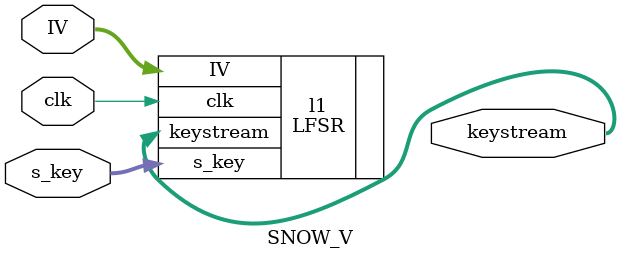
<source format=v>
`timescale 1ns / 1ps

module SNOW_V(
    input [255:0] s_key,
    input [127:0] IV,
    input clk,
    output [127:0] keystream
    );
    LFSR l1(.s_key(s_key), .IV(IV), .clk(clk), .keystream(keystream));
endmodule

</source>
